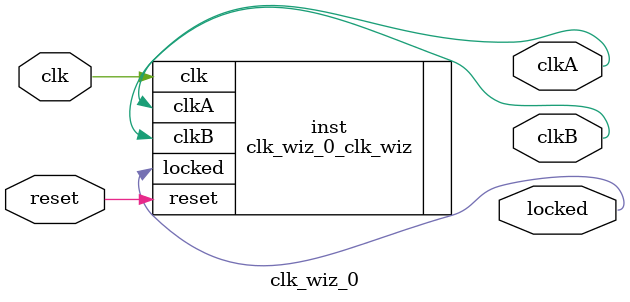
<source format=v>


`timescale 1ps/1ps

(* CORE_GENERATION_INFO = "clk_wiz_0,clk_wiz_v6_0_6_0_0,{component_name=clk_wiz_0,use_phase_alignment=true,use_min_o_jitter=false,use_max_i_jitter=false,use_dyn_phase_shift=false,use_inclk_switchover=false,use_dyn_reconfig=false,enable_axi=0,feedback_source=FDBK_AUTO,PRIMITIVE=PLL,num_out_clk=2,clkin1_period=10.000,clkin2_period=10.000,use_power_down=false,use_reset=true,use_locked=true,use_inclk_stopped=false,feedback_type=SINGLE,CLOCK_MGR_TYPE=NA,manual_override=false}" *)

module clk_wiz_0 
 (
  // Clock out ports
  output        clkA,
  output        clkB,
  // Status and control signals
  input         reset,
  output        locked,
 // Clock in ports
  input         clk
 );

  clk_wiz_0_clk_wiz inst
  (
  // Clock out ports  
  .clkA(clkA),
  .clkB(clkB),
  // Status and control signals               
  .reset(reset), 
  .locked(locked),
 // Clock in ports
  .clk(clk)
  );

endmodule

</source>
